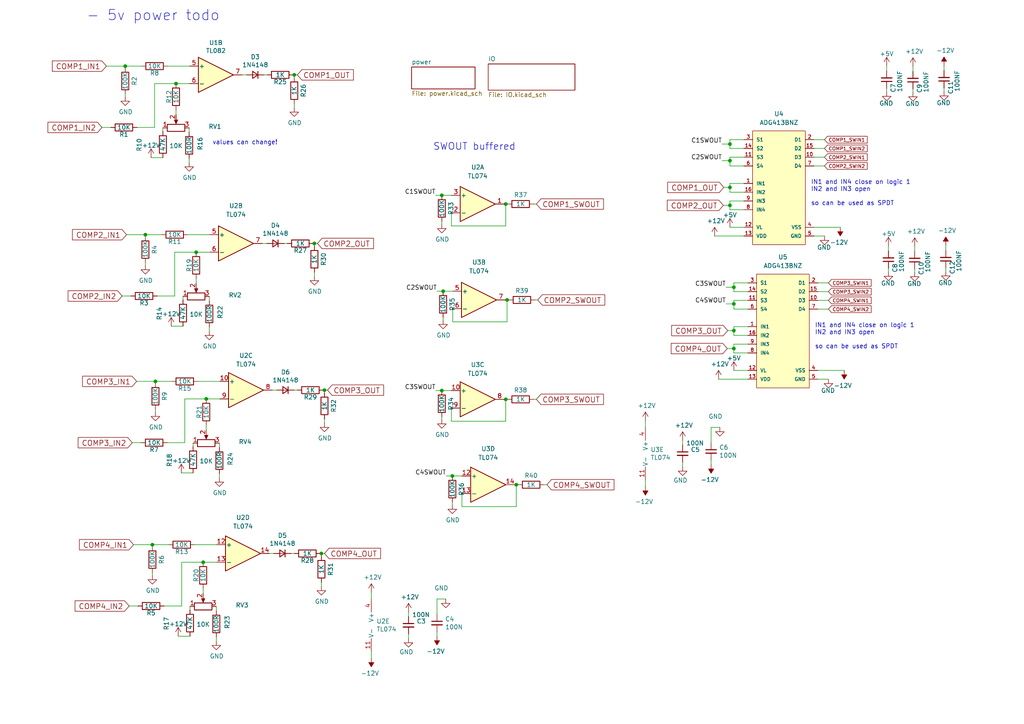
<source format=kicad_sch>
(kicad_sch (version 20211123) (generator eeschema)
  (paper "A4")
  (lib_symbols
    (symbol "Amplifier_Operational:TL074" (pin_names (offset 0.127))
      (property "Reference" "U" (at 0 5.08 0))
      (property "Value" "TL074" (at 0 -5.08 0))
      (symbol "TL074_1_1"
        (polyline (pts (xy -5.08 5.08) (xy 5.08 0) (xy -5.08 -5.08) (xy -5.08 5.08)) (stroke (width 0.254)) (fill (type background)))
        (pin output line (at 7.62 0 180) (length 2.54) (name "~") (number "1"))
        (pin input line (at -7.62 -2.54 0) (length 2.54) (name "-") (number "2"))
        (pin input line (at -7.62 2.54 0) (length 2.54) (name "+") (number "3"))
      )
      (symbol "TL074_2_1"
        (polyline (pts (xy -5.08 5.08) (xy 5.08 0) (xy -5.08 -5.08) (xy -5.08 5.08)) (stroke (width 0.254)) (fill (type background)))
        (pin input line (at -7.62 2.54 0) (length 2.54) (name "+") (number "5"))
        (pin input line (at -7.62 -2.54 0) (length 2.54) (name "-") (number "6"))
        (pin output line (at 7.62 0 180) (length 2.54) (name "~") (number "7"))
      )
      (symbol "TL074_3_1"
        (polyline (pts (xy -5.08 5.08) (xy 5.08 0) (xy -5.08 -5.08) (xy -5.08 5.08)) (stroke (width 0.254)) (fill (type background)))
        (pin input line (at -7.62 2.54 0) (length 2.54) (name "+") (number "10"))
        (pin output line (at 7.62 0 180) (length 2.54) (name "~") (number "8"))
        (pin input line (at -7.62 -2.54 0) (length 2.54) (name "-") (number "9"))
      )
      (symbol "TL074_4_1"
        (polyline (pts (xy -5.08 5.08) (xy 5.08 0) (xy -5.08 -5.08) (xy -5.08 5.08)) (stroke (width 0.254)) (fill (type background)))
        (pin input line (at -7.62 2.54 0) (length 2.54) (name "+") (number "12"))
        (pin input line (at -7.62 -2.54 0) (length 2.54) (name "-") (number "13"))
        (pin output line (at 7.62 0 180) (length 2.54) (name "~") (number "14"))
      )
      (symbol "TL074_5_1"
        (pin power_in line (at -2.54 -7.62 90) (length 3.81) (name "V-") (number "11"))
        (pin power_in line (at -2.54 7.62 270) (length 3.81) (name "V+") (number "4"))
      )
    )
    (symbol "Amplifier_Operational:TL082" (pin_names (offset 0.127))
      (property "Reference" "U" (at 0 5.08 0))
      (property "Value" "TL082" (at 0 -5.08 0))
      (symbol "TL082_1_1"
        (polyline (pts (xy -5.08 5.08) (xy 5.08 0) (xy -5.08 -5.08) (xy -5.08 5.08)) (stroke (width 0.254)) (fill (type background)))
        (pin output line (at 7.62 0 180) (length 2.54) (name "~") (number "1"))
        (pin input line (at -7.62 -2.54 0) (length 2.54) (name "-") (number "2"))
        (pin input line (at -7.62 2.54 0) (length 2.54) (name "+") (number "3"))
      )
      (symbol "TL082_2_1"
        (polyline (pts (xy -5.08 5.08) (xy 5.08 0) (xy -5.08 -5.08) (xy -5.08 5.08)) (stroke (width 0.254)) (fill (type background)))
        (pin input line (at -7.62 2.54 0) (length 2.54) (name "+") (number "5"))
        (pin input line (at -7.62 -2.54 0) (length 2.54) (name "-") (number "6"))
        (pin output line (at 7.62 0 180) (length 2.54) (name "~") (number "7"))
      )
      (symbol "TL082_3_1"
        (pin power_in line (at -2.54 -7.62 90) (length 3.81) (name "V-") (number "4"))
        (pin power_in line (at -2.54 7.62 270) (length 3.81) (name "V+") (number "8"))
      )
    )
    (symbol "Device:C_Small" (pin_numbers hide) (pin_names (offset 0.254) hide)
      (property "Reference" "C" (at 0.254 1.778 0))
      (property "Value" "C_Small" (at 0.254 -2.032 0))
      (symbol "C_Small_0_1"
        (polyline (pts (xy -1.524 -0.508) (xy 1.524 -0.508)) (stroke (width 0.3302)))
        (polyline (pts (xy -1.524 0.508) (xy 1.524 0.508)) (stroke (width 0.3048)))
      )
      (symbol "C_Small_1_1"
        (pin passive line (at 0 2.54 270) (length 2.032) (name "~") (number "1"))
        (pin passive line (at 0 -2.54 90) (length 2.032) (name "~") (number "2"))
      )
    )
    (symbol "Device:D_Small" (pin_numbers hide) (pin_names (offset 0.254) hide)
      (property "Reference" "D" (at -1.27 2.032 0))
      (property "Value" "D_Small" (at -3.81 -2.032 0))
      (symbol "D_Small_0_1"
        (polyline (pts (xy -0.762 -1.016) (xy -0.762 1.016)) (stroke (width 0.254)))
        (polyline (pts (xy -0.762 0) (xy 0.762 0)))
        (polyline (pts (xy 0.762 -1.016) (xy -0.762 0) (xy 0.762 1.016) (xy 0.762 -1.016)) (stroke (width 0.254)))
      )
      (symbol "D_Small_1_1"
        (pin passive line (at -2.54 0 0) (length 1.778) (name "K") (number "1"))
        (pin passive line (at 2.54 0 180) (length 1.778) (name "A") (number "2"))
      )
    )
    (symbol "Device:R" (pin_numbers hide) (pin_names (offset 0))
      (property "Reference" "R" (at 2.032 0 90))
      (property "Value" "R" (at 0 0 90))
      (symbol "R_0_1"
        (rectangle (start -1.016 -2.54) (end 1.016 2.54) (stroke (width 0.254)))
      )
      (symbol "R_1_1"
        (pin passive line (at 0 3.81 270) (length 1.27) (name "~") (number "1"))
        (pin passive line (at 0 -3.81 90) (length 1.27) (name "~") (number "2"))
      )
    )
    (symbol "Device:R_Potentiometer" (pin_names (offset 1.016) hide)
      (property "Reference" "RV" (at -4.445 0 90))
      (property "Value" "R_Potentiometer" (at -2.54 0 90))
      (symbol "R_Potentiometer_0_1"
        (polyline (pts (xy 2.54 0) (xy 1.524 0)))
        (polyline (pts (xy 1.143 0) (xy 2.286 0.508) (xy 2.286 -0.508) (xy 1.143 0)) (fill (type outline)))
        (rectangle (start 1.016 2.54) (end -1.016 -2.54) (stroke (width 0.254)))
      )
      (symbol "R_Potentiometer_1_1"
        (pin passive line (at 0 3.81 270) (length 1.27) (name "1") (number "1"))
        (pin passive line (at 3.81 0 180) (length 1.27) (name "2") (number "2"))
        (pin passive line (at 0 -3.81 90) (length 1.27) (name "3") (number "3"))
      )
    )
    (symbol "eec:ADG412BNZ" (pin_names (offset 1.016))
      (property "Reference" "U" (at 0 5.08 0))
      (property "Value" "ADG412BNZ" (at 0 7.62 0))
      (symbol "ADG412BNZ_1_1"
        (rectangle (start 5.08 2.54) (end 20.32 -30.48) (fill (type background)))
        (pin input line (at 2.54 -12.7 0) (length 2.54) (name "IN1") (number "1"))
        (pin passive line (at 22.86 -5.08 180) (length 2.54) (name "D3") (number "10"))
        (pin passive line (at 2.54 -5.08 0) (length 2.54) (name "S3") (number "11"))
        (pin power_in line (at 2.54 -25.4 0) (length 2.54) (name "VL") (number "12"))
        (pin power_in line (at 2.54 -27.94 0) (length 2.54) (name "VDD") (number "13"))
        (pin passive line (at 2.54 -2.54 0) (length 2.54) (name "S2") (number "14"))
        (pin passive line (at 22.86 -2.54 180) (length 2.54) (name "D2") (number "15"))
        (pin input line (at 2.54 -15.24 0) (length 2.54) (name "IN2") (number "16"))
        (pin passive line (at 22.86 0 180) (length 2.54) (name "D1") (number "2"))
        (pin passive line (at 2.54 0 0) (length 2.54) (name "S1") (number "3"))
        (pin power_in line (at 22.86 -25.4 180) (length 2.54) (name "VSS") (number "4"))
        (pin power_in line (at 22.86 -27.94 180) (length 2.54) (name "GND") (number "5"))
        (pin passive line (at 2.54 -7.62 0) (length 2.54) (name "S4") (number "6"))
        (pin passive line (at 22.86 -7.62 180) (length 2.54) (name "D4") (number "7"))
        (pin input line (at 2.54 -20.32 0) (length 2.54) (name "IN4") (number "8"))
        (pin input line (at 2.54 -17.78 0) (length 2.54) (name "IN3") (number "9"))
      )
    )
    (symbol "power:+12V" (power) (pin_names (offset 0))
      (property "Value" "+12V" (at 0 3.556 0))
      (symbol "+12V_0_1"
        (polyline (pts (xy -0.762 1.27) (xy 0 2.54)))
        (polyline (pts (xy 0 0) (xy 0 2.54)))
        (polyline (pts (xy 0 2.54) (xy 0.762 1.27)))
      )
      (symbol "+12V_1_1"
        (pin power_in line (at 0 0 90) (length 0) hide (name "+12V") (number "1"))
      )
    )
    (symbol "power:+5V" (power) (pin_names (offset 0))
      (property "Value" "+5V" (at 0 3.556 0))
      (symbol "+5V_0_1"
        (polyline (pts (xy -0.762 1.27) (xy 0 2.54)))
        (polyline (pts (xy 0 0) (xy 0 2.54)))
        (polyline (pts (xy 0 2.54) (xy 0.762 1.27)))
      )
      (symbol "+5V_1_1"
        (pin power_in line (at 0 0 90) (length 0) hide (name "+5V") (number "1"))
      )
    )
    (symbol "power:-12V" (power) (pin_names (offset 0))
      (property "Value" "-12V" (at 0 3.81 0))
      (symbol "-12V_0_0"
        (pin power_in line (at 0 0 90) (length 0) hide (name "-12V") (number "1"))
      )
      (symbol "-12V_0_1"
        (polyline (pts (xy 0 0) (xy 0 1.27) (xy 0.762 1.27) (xy 0 2.54) (xy -0.762 1.27) (xy 0 1.27)) (fill (type outline)))
      )
    )
    (symbol "power:GND" (power) (pin_names (offset 0))
      (property "Value" "GND" (at 0 -3.81 0))
      (symbol "GND_0_1"
        (polyline (pts (xy 0 0) (xy 0 -1.27) (xy 1.27 -1.27) (xy 0 -2.54) (xy -1.27 -1.27) (xy 0 -1.27)))
      )
      (symbol "GND_1_1"
        (pin power_in line (at 0 0 270) (length 0) hide (name "GND") (number "1"))
      )
    )
  )
  (junction (at 211.709 46.609))
  (junction (at 94.107 113.157))
  (junction (at 91.186 70.612))
  (junction (at 211.709 41.783))
  (junction (at 51.054 24.257))
  (junction (at 36.322 19.177))
  (junction (at 56.896 73.152))
  (junction (at 212.852 88.138))
  (junction (at 212.852 101.092))
  (junction (at 128.143 56.642))
  (junction (at 85.344 21.717))
  (junction (at 149.733 140.589))
  (junction (at 211.709 54.356))
  (junction (at 59.817 115.697))
  (junction (at 146.685 59.182))
  (junction (at 212.852 83.312))
  (junction (at 44.196 157.988))
  (junction (at 128.143 113.284))
  (junction (at 146.685 115.824))
  (junction (at 128.524 84.455))
  (junction (at 131.191 138.049))
  (junction (at 42.164 68.072))
  (junction (at 93.218 160.528))
  (junction (at 147.066 86.995))
  (junction (at 211.709 59.563))
  (junction (at 212.852 95.885))
  (junction (at 58.928 163.068))
  (junction (at 45.085 110.617))
  (wire (pts (xy 36.703 68.072) (xy 42.164 68.072)))
  (wire (pts (xy 187.198 139.192) (xy 187.198 141.097)))
  (wire (pts (xy 42.164 76.2) (xy 42.164 76.962)))
  (wire (pts (xy 52.705 175.768) (xy 52.705 163.068)))
  (wire (pts (xy 237.236 109.982) (xy 240.284 109.982)))
  (wire (pts (xy 126.365 113.284) (xy 128.143 113.284)))
  (wire (pts (xy 36.322 19.177) (xy 41.021 19.177)))
  (wire (pts (xy 211.709 45.593) (xy 215.773 45.593)))
  (wire (pts (xy 118.491 177.546) (xy 118.491 178.816)))
  (wire (pts (xy 212.852 89.662) (xy 216.916 89.662)))
  (wire (pts (xy 84.455 160.528) (xy 85.344 160.528)))
  (wire (pts (xy 93.218 168.91) (xy 93.218 170.053)))
  (wire (pts (xy 118.491 183.896) (xy 118.491 185.166)))
  (wire (pts (xy 149.225 140.589) (xy 149.733 140.589)))
  (wire (pts (xy 44.196 166.116) (xy 44.196 166.878)))
  (wire (pts (xy 264.795 25.781) (xy 264.795 26.797)))
  (wire (pts (xy 146.177 115.824) (xy 146.685 115.824)))
  (wire (pts (xy 209.423 46.609) (xy 211.709 46.609)))
  (wire (pts (xy 211.709 40.513) (xy 215.773 40.513)))
  (wire (pts (xy 206.248 128.397) (xy 206.248 123.952)))
  (wire (pts (xy 78.994 113.157) (xy 80.264 113.157)))
  (wire (pts (xy 208.407 109.982) (xy 216.916 109.982)))
  (wire (pts (xy 207.264 68.453) (xy 215.773 68.453)))
  (wire (pts (xy 85.344 22.479) (xy 85.344 21.717)))
  (wire (pts (xy 146.558 86.995) (xy 147.066 86.995)))
  (wire (pts (xy 58.928 163.068) (xy 62.865 163.068)))
  (wire (pts (xy 146.685 59.182) (xy 147.193 59.182)))
  (wire (pts (xy 130.937 61.722) (xy 130.937 65.532)))
  (wire (pts (xy 211.709 40.513) (xy 211.709 41.783)))
  (wire (pts (xy 209.931 54.356) (xy 211.709 54.356)))
  (wire (pts (xy 130.937 65.532) (xy 146.685 65.532)))
  (wire (pts (xy 211.709 55.753) (xy 215.773 55.753)))
  (wire (pts (xy 212.852 107.442) (xy 216.916 107.442)))
  (wire (pts (xy 211.709 53.213) (xy 215.773 53.213)))
  (wire (pts (xy 128.524 92.075) (xy 128.524 92.837)))
  (wire (pts (xy 128.143 64.262) (xy 128.143 65.024)))
  (wire (pts (xy 51.054 24.257) (xy 54.991 24.257)))
  (wire (pts (xy 45.085 110.617) (xy 45.085 111.125)))
  (wire (pts (xy 237.236 82.042) (xy 240.284 82.042)))
  (wire (pts (xy 131.318 89.535) (xy 131.318 93.345)))
  (wire (pts (xy 38.354 128.397) (xy 40.894 128.397)))
  (wire (pts (xy 212.852 88.138) (xy 212.852 89.662)))
  (wire (pts (xy 59.817 115.697) (xy 63.754 115.697)))
  (wire (pts (xy 39.751 36.957) (xy 44.831 36.957)))
  (wire (pts (xy 212.852 102.362) (xy 216.916 102.362)))
  (wire (pts (xy 59.817 123.317) (xy 59.817 124.714)))
  (wire (pts (xy 44.196 157.988) (xy 48.895 157.988)))
  (wire (pts (xy 236.093 68.453) (xy 239.141 68.453)))
  (wire (pts (xy 147.066 86.995) (xy 147.574 86.995)))
  (wire (pts (xy 237.236 87.122) (xy 240.284 87.122)))
  (wire (pts (xy 128.143 120.904) (xy 128.143 121.666)))
  (wire (pts (xy 50.673 85.852) (xy 50.673 73.152)))
  (wire (pts (xy 54.483 68.072) (xy 60.833 68.072)))
  (wire (pts (xy 212.852 82.042) (xy 212.852 83.312)))
  (wire (pts (xy 107.696 171.831) (xy 107.696 173.736)))
  (wire (pts (xy 47.625 175.768) (xy 52.705 175.768)))
  (wire (pts (xy 131.191 145.669) (xy 131.191 146.431)))
  (wire (pts (xy 211.709 43.053) (xy 215.773 43.053)))
  (wire (pts (xy 211.709 46.609) (xy 211.709 48.133)))
  (wire (pts (xy 29.591 36.957) (xy 32.131 36.957)))
  (wire (pts (xy 146.685 122.174) (xy 146.685 115.824)))
  (wire (pts (xy 78.105 160.528) (xy 79.375 160.528)))
  (wire (pts (xy 211.709 65.913) (xy 215.773 65.913)))
  (wire (pts (xy 126.746 178.181) (xy 126.746 173.736)))
  (wire (pts (xy 57.404 110.617) (xy 63.754 110.617)))
  (wire (pts (xy 257.683 77.851) (xy 257.683 78.867)))
  (wire (pts (xy 45.085 118.745) (xy 45.085 119.507)))
  (wire (pts (xy 155.194 86.995) (xy 155.956 86.995)))
  (wire (pts (xy 126.746 84.455) (xy 128.524 84.455)))
  (wire (pts (xy 273.812 19.05) (xy 273.812 20.447)))
  (wire (pts (xy 42.164 68.072) (xy 46.863 68.072)))
  (wire (pts (xy 212.852 95.885) (xy 212.852 97.282)))
  (wire (pts (xy 212.852 87.122) (xy 212.852 88.138)))
  (wire (pts (xy 52.578 137.16) (xy 56.007 137.16)))
  (wire (pts (xy 237.236 84.582) (xy 240.284 84.582)))
  (wire (pts (xy 212.852 82.042) (xy 216.916 82.042)))
  (wire (pts (xy 126.746 173.736) (xy 129.286 173.736)))
  (wire (pts (xy 211.709 54.356) (xy 211.709 55.753)))
  (wire (pts (xy 38.735 157.988) (xy 44.196 157.988)))
  (wire (pts (xy 212.852 84.582) (xy 216.916 84.582)))
  (wire (pts (xy 236.093 40.513) (xy 239.141 40.513)))
  (wire (pts (xy 212.852 94.742) (xy 216.916 94.742)))
  (wire (pts (xy 236.093 65.913) (xy 243.713 65.913)))
  (wire (pts (xy 211.709 41.783) (xy 211.709 43.053)))
  (wire (pts (xy 157.861 140.589) (xy 158.623 140.589)))
  (wire (pts (xy 85.344 30.099) (xy 85.344 31.242)))
  (wire (pts (xy 128.143 113.284) (xy 130.937 113.284)))
  (wire (pts (xy 49.657 94.615) (xy 53.086 94.615)))
  (wire (pts (xy 56.896 80.772) (xy 56.896 82.169)))
  (wire (pts (xy 58.928 170.688) (xy 58.928 172.085)))
  (wire (pts (xy 56.007 128.524) (xy 56.007 129.54)))
  (wire (pts (xy 265.303 71.501) (xy 265.303 72.898)))
  (wire (pts (xy 187.198 122.047) (xy 187.198 123.952)))
  (wire (pts (xy 60.706 94.869) (xy 60.706 96.012)))
  (wire (pts (xy 211.709 45.593) (xy 211.709 46.609)))
  (wire (pts (xy 37.465 175.768) (xy 40.005 175.768)))
  (wire (pts (xy 53.594 115.697) (xy 59.817 115.697)))
  (wire (pts (xy 70.231 21.717) (xy 71.501 21.717)))
  (wire (pts (xy 82.423 70.612) (xy 83.312 70.612)))
  (wire (pts (xy 91.186 70.612) (xy 92.075 70.612)))
  (wire (pts (xy 76.073 70.612) (xy 77.343 70.612)))
  (wire (pts (xy 56.896 73.152) (xy 60.833 73.152)))
  (wire (pts (xy 85.09 21.717) (xy 85.344 21.717)))
  (wire (pts (xy 63.627 137.414) (xy 63.627 138.557)))
  (wire (pts (xy 197.993 134.112) (xy 197.993 135.382)))
  (wire (pts (xy 93.218 161.29) (xy 93.218 160.528)))
  (wire (pts (xy 147.066 93.345) (xy 147.066 86.995)))
  (wire (pts (xy 52.705 163.068) (xy 58.928 163.068)))
  (wire (pts (xy 94.107 121.539) (xy 94.107 122.682)))
  (wire (pts (xy 133.985 146.939) (xy 149.733 146.939)))
  (wire (pts (xy 210.566 83.312) (xy 212.852 83.312)))
  (wire (pts (xy 45.593 85.852) (xy 50.673 85.852)))
  (wire (pts (xy 39.624 110.617) (xy 45.085 110.617)))
  (wire (pts (xy 131.318 93.345) (xy 147.066 93.345)))
  (wire (pts (xy 45.085 110.617) (xy 49.784 110.617)))
  (wire (pts (xy 44.831 24.257) (xy 51.054 24.257)))
  (wire (pts (xy 48.641 19.177) (xy 54.991 19.177)))
  (wire (pts (xy 211.709 58.293) (xy 211.709 59.563)))
  (wire (pts (xy 273.812 25.527) (xy 273.812 26.543)))
  (wire (pts (xy 236.093 48.133) (xy 239.141 48.133)))
  (wire (pts (xy 42.164 68.072) (xy 42.164 68.58)))
  (wire (pts (xy 126.365 56.642) (xy 128.143 56.642)))
  (wire (pts (xy 146.685 65.532) (xy 146.685 59.182)))
  (wire (pts (xy 257.175 19.177) (xy 257.175 20.574)))
  (wire (pts (xy 209.804 59.563) (xy 211.709 59.563)))
  (wire (pts (xy 107.696 188.976) (xy 107.696 190.881)))
  (wire (pts (xy 149.733 146.939) (xy 149.733 140.589)))
  (wire (pts (xy 53.086 85.979) (xy 53.086 86.995)))
  (wire (pts (xy 48.514 128.397) (xy 53.594 128.397)))
  (wire (pts (xy 93.218 160.528) (xy 94.107 160.528)))
  (wire (pts (xy 257.683 71.374) (xy 257.683 72.771)))
  (wire (pts (xy 62.738 184.785) (xy 62.738 185.928)))
  (wire (pts (xy 146.685 115.824) (xy 147.193 115.824)))
  (wire (pts (xy 211.709 58.293) (xy 215.773 58.293)))
  (wire (pts (xy 209.423 41.783) (xy 211.709 41.783)))
  (wire (pts (xy 212.852 83.312) (xy 212.852 84.582)))
  (wire (pts (xy 85.344 21.717) (xy 86.233 21.717)))
  (wire (pts (xy 211.709 59.563) (xy 211.709 60.833)))
  (wire (pts (xy 131.191 138.049) (xy 133.985 138.049)))
  (wire (pts (xy 94.107 113.919) (xy 94.107 113.157)))
  (wire (pts (xy 146.177 59.182) (xy 146.685 59.182)))
  (wire (pts (xy 76.581 21.717) (xy 77.47 21.717)))
  (wire (pts (xy 129.413 138.049) (xy 131.191 138.049)))
  (wire (pts (xy 63.627 128.524) (xy 63.627 129.794)))
  (wire (pts (xy 60.706 85.979) (xy 60.706 87.249)))
  (wire (pts (xy 149.733 140.589) (xy 150.241 140.589)))
  (wire (pts (xy 265.303 77.978) (xy 265.303 78.994)))
  (wire (pts (xy 274.32 71.247) (xy 274.32 72.644)))
  (wire (pts (xy 206.248 133.477) (xy 206.248 134.747)))
  (wire (pts (xy 210.566 88.138) (xy 212.852 88.138)))
  (wire (pts (xy 211.709 48.133) (xy 215.773 48.133)))
  (wire (pts (xy 206.248 123.952) (xy 208.788 123.952)))
  (wire (pts (xy 210.947 101.092) (xy 212.852 101.092)))
  (wire (pts (xy 55.118 175.895) (xy 55.118 176.911)))
  (wire (pts (xy 133.985 143.129) (xy 133.985 146.939)))
  (wire (pts (xy 237.236 107.442) (xy 244.856 107.442)))
  (wire (pts (xy 54.864 45.974) (xy 54.864 47.117)))
  (wire (pts (xy 54.864 37.084) (xy 54.864 38.354)))
  (wire (pts (xy 44.196 157.988) (xy 44.196 158.496)))
  (wire (pts (xy 47.244 37.084) (xy 47.244 38.1)))
  (wire (pts (xy 236.093 43.053) (xy 239.141 43.053)))
  (wire (pts (xy 211.709 53.213) (xy 211.709 54.356)))
  (wire (pts (xy 53.594 128.397) (xy 53.594 115.697)))
  (wire (pts (xy 212.852 94.742) (xy 212.852 95.885)))
  (wire (pts (xy 51.054 31.877) (xy 51.054 33.274)))
  (wire (pts (xy 212.852 101.092) (xy 212.852 102.362)))
  (wire (pts (xy 237.236 89.662) (xy 240.284 89.662)))
  (wire (pts (xy 93.853 113.157) (xy 94.107 113.157)))
  (wire (pts (xy 51.689 184.531) (xy 55.118 184.531)))
  (wire (pts (xy 257.175 25.654) (xy 257.175 26.67)))
  (wire (pts (xy 212.852 87.122) (xy 216.916 87.122)))
  (wire (pts (xy 130.937 118.364) (xy 130.937 122.174)))
  (wire (pts (xy 154.813 115.824) (xy 155.575 115.824)))
  (wire (pts (xy 212.852 97.282) (xy 216.916 97.282)))
  (wire (pts (xy 90.932 70.612) (xy 91.186 70.612)))
  (wire (pts (xy 212.852 99.822) (xy 216.916 99.822)))
  (wire (pts (xy 128.524 84.455) (xy 131.318 84.455)))
  (wire (pts (xy 35.433 85.852) (xy 37.973 85.852)))
  (wire (pts (xy 91.186 71.374) (xy 91.186 70.612)))
  (wire (pts (xy 126.746 183.261) (xy 126.746 184.531)))
  (wire (pts (xy 36.322 27.305) (xy 36.322 28.067)))
  (wire (pts (xy 85.344 113.157) (xy 86.233 113.157)))
  (wire (pts (xy 36.322 19.177) (xy 36.322 19.685)))
  (wire (pts (xy 274.32 77.724) (xy 274.32 78.74)))
  (wire (pts (xy 128.143 56.642) (xy 130.937 56.642)))
  (wire (pts (xy 94.107 113.157) (xy 94.996 113.157)))
  (wire (pts (xy 211.709 60.833) (xy 215.773 60.833)))
  (wire (pts (xy 30.861 19.177) (xy 36.322 19.177)))
  (wire (pts (xy 264.795 19.304) (xy 264.795 20.701)))
  (wire (pts (xy 62.738 175.895) (xy 62.738 177.165)))
  (wire (pts (xy 50.673 73.152) (xy 56.896 73.152)))
  (wire (pts (xy 92.964 160.528) (xy 93.218 160.528)))
  (wire (pts (xy 56.515 157.988) (xy 62.865 157.988)))
  (wire (pts (xy 130.937 122.174) (xy 146.685 122.174)))
  (wire (pts (xy 154.813 59.182) (xy 155.575 59.182)))
  (wire (pts (xy 212.852 99.822) (xy 212.852 101.092)))
  (wire (pts (xy 91.186 78.994) (xy 91.186 80.137)))
  (wire (pts (xy 236.093 45.593) (xy 239.141 45.593)))
  (wire (pts (xy 43.815 45.72) (xy 47.244 45.72)))
  (wire (pts (xy 197.993 127.762) (xy 197.993 129.032)))
  (wire (pts (xy 44.831 36.957) (xy 44.831 24.257)))
  (wire (pts (xy 211.074 95.885) (xy 212.852 95.885)))
  (text "IN1 and IN4 close on logic 1\nIN2 and IN3 open \n\nso can be used as SPDT" (at 235.204 59.817 0) (effects (font (size 1.27 1.27)) (justify left bottom)))
  (text "values can change!" (at 61.595 42.164 0) (effects (font (size 1.27 1.27)) (justify left bottom)))
  (text "4x comparator and switch module:\n\n- 5v power todo" (at 25.019 6.35 0) (effects (font (size 3 3)) (justify left bottom)))
  (text "IN1 and IN4 close on logic 1\nIN2 and IN3 open \n\nso can be used as SPDT" (at 236.347 101.346 0) (effects (font (size 1.27 1.27)) (justify left bottom)))
  (text "SWOUT buffered" (at 125.603 43.815 0) (effects (font (size 2 2)) (justify left bottom)))
  (label "C1SWOUT" (at 209.423 41.783 180))
  (label "C3SWOUT" (at 210.566 83.312 180))
  (label "C2SWOUT" (at 126.746 84.455 180))
  (label "C1SWOUT" (at 126.365 56.642 180))
  (label "C4SWOUT" (at 129.413 138.049 180))
  (label "C3SWOUT" (at 126.365 113.284 180))
  (label "C4SWOUT" (at 210.566 88.138 180))
  (label "C2SWOUT" (at 209.423 46.609 180))
  (global_label "COMP1_IN2" (shape input) (at 29.591 36.957 180) (effects (font (size 1.524 1.524))) (property "Intersheet References" "${INTERSHEET_REFS}" (effects hide)))
  (global_label "COMP1_IN1" (shape input) (at 30.861 19.177 180) (effects (font (size 1.524 1.524))) (property "Intersheet References" "${INTERSHEET_REFS}" (effects hide)))
  (global_label "COMP2_IN1" (shape input) (at 36.703 68.072 180) (effects (font (size 1.524 1.524))) (property "Intersheet References" "${INTERSHEET_REFS}" (effects hide)))
  (global_label "COMP1_OUT" (shape input) (at 209.931 54.356 180) (effects (font (size 1.524 1.524))) (property "Intersheet References" "${INTERSHEET_REFS}" (effects hide)))
  (global_label "COMP4_OUT" (shape input) (at 94.107 160.528 0) (effects (font (size 1.524 1.524))) (property "Intersheet References" "${INTERSHEET_REFS}" (effects hide)))
  (global_label "COMP3_SWIN2" (shape input) (at 240.284 84.582 0) (effects (font (size 1 1))) (property "Intersheet References" "${INTERSHEET_REFS}" (effects hide)))
  (global_label "COMP4_IN1" (shape input) (at 38.735 157.988 180) (effects (font (size 1.524 1.524))) (property "Intersheet References" "${INTERSHEET_REFS}" (effects hide)))
  (global_label "COMP3_IN2" (shape input) (at 38.354 128.397 180) (effects (font (size 1.524 1.524))) (property "Intersheet References" "${INTERSHEET_REFS}" (effects hide)))
  (global_label "COMP4_IN2" (shape input) (at 37.465 175.768 180) (effects (font (size 1.524 1.524))) (property "Intersheet References" "${INTERSHEET_REFS}" (effects hide)))
  (global_label "COMP1_OUT" (shape input) (at 86.233 21.717 0) (effects (font (size 1.524 1.524))) (property "Intersheet References" "${INTERSHEET_REFS}" (effects hide)))
  (global_label "COMP3_IN1" (shape input) (at 39.624 110.617 180) (effects (font (size 1.524 1.524))) (property "Intersheet References" "${INTERSHEET_REFS}" (effects hide)))
  (global_label "COMP2_OUT" (shape input) (at 92.075 70.612 0) (effects (font (size 1.524 1.524))) (property "Intersheet References" "${INTERSHEET_REFS}" (effects hide)))
  (global_label "COMP3_OUT" (shape input) (at 211.074 95.885 180) (effects (font (size 1.524 1.524))) (property "Intersheet References" "${INTERSHEET_REFS}" (effects hide)))
  (global_label "COMP2_SWIN2" (shape input) (at 239.141 48.133 0) (effects (font (size 1 1))) (property "Intersheet References" "${INTERSHEET_REFS}" (effects hide)))
  (global_label "COMP4_SWOUT" (shape input) (at 158.623 140.589 0) (effects (font (size 1.524 1.524))) (property "Intersheet References" "${INTERSHEET_REFS}" (effects hide)))
  (global_label "COMP4_SWIN2" (shape input) (at 240.284 89.662 0) (effects (font (size 1 1))) (property "Intersheet References" "${INTERSHEET_REFS}" (effects hide)))
  (global_label "COMP3_SWIN1" (shape input) (at 240.284 82.042 0) (effects (font (size 1 1))) (property "Intersheet References" "${INTERSHEET_REFS}" (effects hide)))
  (global_label "COMP2_OUT" (shape input) (at 209.804 59.563 180) (effects (font (size 1.524 1.524))) (property "Intersheet References" "${INTERSHEET_REFS}" (effects hide)))
  (global_label "COMP3_SWOUT" (shape input) (at 155.575 115.824 0) (effects (font (size 1.524 1.524))) (property "Intersheet References" "${INTERSHEET_REFS}" (effects hide)))
  (global_label "COMP2_IN2" (shape input) (at 35.433 85.852 180) (effects (font (size 1.524 1.524))) (property "Intersheet References" "${INTERSHEET_REFS}" (effects hide)))
  (global_label "COMP3_OUT" (shape input) (at 94.996 113.157 0) (effects (font (size 1.524 1.524))) (property "Intersheet References" "${INTERSHEET_REFS}" (effects hide)))
  (global_label "COMP1_SWIN2" (shape input) (at 239.141 43.053 0) (effects (font (size 1 1))) (property "Intersheet References" "${INTERSHEET_REFS}" (effects hide)))
  (global_label "COMP1_SWIN1" (shape input) (at 239.141 40.513 0) (effects (font (size 1 1))) (property "Intersheet References" "${INTERSHEET_REFS}" (effects hide)))
  (global_label "COMP4_OUT" (shape input) (at 210.947 101.092 180) (effects (font (size 1.524 1.524))) (property "Intersheet References" "${INTERSHEET_REFS}" (effects hide)))
  (global_label "COMP2_SWIN1" (shape input) (at 239.141 45.593 0) (effects (font (size 1 1))) (property "Intersheet References" "${INTERSHEET_REFS}" (effects hide)))
  (global_label "COMP4_SWIN1" (shape input) (at 240.284 87.122 0) (effects (font (size 1 1))) (property "Intersheet References" "${INTERSHEET_REFS}" (effects hide)))
  (global_label "COMP2_SWOUT" (shape input) (at 155.956 86.995 0) (effects (font (size 1.524 1.524))) (property "Intersheet References" "${INTERSHEET_REFS}" (effects hide)))
  (global_label "COMP1_SWOUT" (shape input) (at 155.575 59.182 0) (effects (font (size 1.524 1.524))) (property "Intersheet References" "${INTERSHEET_REFS}" (effects hide)))
  (symbol (lib_id "power:+12V") (at 107.696 171.831 0) (unit 1)
    (property "Reference" "#PWR024" (effects hide))
    (property "Value" "+12V" (at 108.077 167.4368 0))
  )
  (symbol (lib_id "power:GND") (at 264.795 26.797 0) (unit 1)
    (property "Reference" "#PWR049" (effects hide))
    (property "Value" "GND" (at 264.668 30.099 0))
  )
  (symbol (lib_id "eec:ADG412BNZ") (at 213.233 40.513 0) (unit 1)
    (property "Reference" "U4" (at 225.933 33.02 0))
    (property "Value" "ADG413BNZ" (at 225.933 35.56 0))
    (property "Footprint" "Package_SO:SOIC-16_3.9x9.9mm_P1.27mm" (effects hide))
    (property "Datasheet" "http://www.analog.com/static/imported-files/data_sheets/ADG411_412_413.pdf" (effects hide))
    (property "Code  JEDEC" "MS-001" (effects hide))
    (property "Component Link 1 Description" "Manufacturer URL" (effects hide))
    (property "Component Link 1 URL" "http://www.analog.com/en/index.html" (effects hide))
    (property "Component Link 3 Description" "Package Specification" (effects hide))
    (property "Component Link 3 URL" "http://www.analog.com/static/imported-files/packages/44768431550332N_16.pdf" (effects hide))
    (property "Configuration" "SPST" (effects hide))
    (property "Datasheet Version" "Rev. D" (effects hide))
    (property "Max Neg Supply" "-16.5V" (effects hide))
    (property "Max Pos Supply" "+16.5V" (effects hide))
    (property "Mounting Technology" "Through Hole" (effects hide))
    (property "Package Description" "16-Pin Plastic Dual In-Line Package, Row spacing 7.62 mm, Pitch 2.54 mm" (effects hide))
    (property "Package Version" "070706-A, 07/2006" (effects hide))
    (property "Packing" "Tube" (effects hide))
    (property "Ron ohms" "25, 40" (effects hide))
    (property "Sw Functions" "4" (effects hide))
    (property "category" "IC" (effects hide))
    (property "ciiva ids" "981419" (effects hide))
    (property "library id" "ebc36f5b426c068f" (effects hide))
    (property "manufacturer" "Analog Devices" (effects hide))
    (property "package" "N-16" (effects hide))
    (property "release date" "1391088444" (effects hide))
    (property "vault revision" "13124825-32E4-4E40-8C2F-DCD97D360CD0" (effects hide))
    (property "imported" "yes" (effects hide))
    (property "t ON" "110ns, 175ns" (effects hide))
  )
  (symbol (lib_id "Device:R") (at 53.594 110.617 270) (unit 1)
    (property "Reference" "R15" (at 53.594 112.649 90))
    (property "Value" "10K" (at 53.594 110.617 90))
    (property "Footprint" "Resistors_SMD:R_0805" (effects hide))
  )
  (symbol (lib_id "Device:C_Small") (at 274.32 75.184 180) (unit 1)
    (property "Reference" "C12" (at 276.225 77.597 90))
    (property "Value" "100NF" (at 278.13 75.692 90))
    (property "Footprint" "Capacitor_SMD:C_0805_2012Metric" (effects hide))
  )
  (symbol (lib_id "power:GND") (at 208.788 123.952 0) (unit 1)
    (property "Reference" "#PWR037" (effects hide))
    (property "Value" "GND" (at 207.518 120.777 0))
  )
  (symbol (lib_id "power:+12V") (at 49.657 94.615 0) (unit 1)
    (property "Reference" "#PWR09" (effects hide))
    (property "Value" "+12V" (at 49.657 91.059 0))
  )
  (symbol (lib_id "Device:R") (at 151.384 86.995 270) (unit 1)
    (property "Reference" "R39" (at 151.384 84.328 90))
    (property "Value" "1K" (at 151.384 86.995 90))
    (property "Footprint" "Resistors_SMD:R_0805" (effects hide))
  )
  (symbol (lib_id "Device:R") (at 94.107 117.729 180) (unit 1)
    (property "Reference" "R32" (at 96.774 117.729 90))
    (property "Value" "1K" (at 94.107 117.729 90))
    (property "Footprint" "Resistors_SMD:R_0805" (effects hide))
  )
  (symbol (lib_id "Device:C_Small") (at 265.303 75.438 180) (unit 1)
    (property "Reference" "C10" (at 267.208 77.851 90))
    (property "Value" "100NF" (at 269.113 75.946 90))
    (property "Footprint" "Capacitor_SMD:C_0805_2012Metric" (effects hide))
  )
  (symbol (lib_id "Device:R") (at 44.831 19.177 270) (unit 1)
    (property "Reference" "R8" (at 44.831 21.209 90))
    (property "Value" "10K" (at 44.831 19.177 90))
    (property "Footprint" "Resistors_SMD:R_0805" (effects hide))
  )
  (symbol (lib_id "Device:R") (at 85.344 26.289 180) (unit 1)
    (property "Reference" "R26" (at 88.011 26.289 90))
    (property "Value" "1K" (at 85.344 26.289 90))
    (property "Footprint" "Resistors_SMD:R_0805" (effects hide))
  )
  (symbol (lib_id "Device:C_Small") (at 118.491 181.356 0) (unit 1)
    (property "Reference" "C3" (at 120.8278 180.1876 0) (effects (justify left)))
    (property "Value" "100N" (at 119.507 178.308 0) (effects (justify left)))
    (property "Footprint" "Capacitor_SMD:C_0805_2012Metric" (effects hide))
  )
  (symbol (lib_id "Device:R") (at 128.143 60.452 180) (unit 1)
    (property "Reference" "R33" (at 130.81 60.452 90))
    (property "Value" "100K" (at 128.143 60.452 90))
    (property "Footprint" "Resistors_SMD:R_0805" (effects hide))
  )
  (symbol (lib_id "Device:C_Small") (at 257.175 23.114 180) (unit 1)
    (property "Reference" "C7" (at 259.08 25.527 90))
    (property "Value" "100NF" (at 260.985 23.622 90))
    (property "Footprint" "Capacitor_SMD:C_0805_2012Metric" (effects hide))
  )
  (symbol (lib_id "power:+12V") (at 118.491 177.546 0) (unit 1)
    (property "Reference" "#PWR026" (effects hide))
    (property "Value" "+12V-power" (at 118.872 173.1518 0))
  )
  (symbol (lib_id "power:GND") (at 44.196 166.878 0) (unit 1)
    (property "Reference" "#PWR07" (effects hide))
    (property "Value" "GND" (at 44.323 171.2722 0))
  )
  (symbol (lib_id "Device:R") (at 52.705 157.988 270) (unit 1)
    (property "Reference" "R13" (at 52.705 160.02 90))
    (property "Value" "10K" (at 52.705 157.988 90))
    (property "Footprint" "Resistors_SMD:R_0805" (effects hide))
  )
  (symbol (lib_id "Device:R") (at 60.706 91.059 180) (unit 1)
    (property "Reference" "R22" (at 63.881 90.551 90))
    (property "Value" "100R" (at 60.706 91.059 90))
    (property "Footprint" "Resistors_SMD:R_0805" (effects hide))
  )
  (symbol (lib_id "power:-12V") (at 107.696 190.881 180) (unit 1)
    (property "Reference" "#PWR025" (effects hide))
    (property "Value" "-12V" (at 107.315 195.2752 0))
  )
  (symbol (lib_id "Device:R") (at 59.817 119.507 180) (unit 1)
    (property "Reference" "R21" (at 57.785 119.507 90))
    (property "Value" "10K" (at 59.817 119.507 90))
    (property "Footprint" "Resistors_SMD:R_0805" (effects hide))
  )
  (symbol (lib_id "Device:R") (at 151.003 115.824 270) (unit 1)
    (property "Reference" "R38" (at 151.003 113.157 90))
    (property "Value" "1K" (at 151.003 115.824 90))
    (property "Footprint" "Resistors_SMD:R_0805" (effects hide))
  )
  (symbol (lib_id "Amplifier_Operational:TL074") (at 189.738 131.572 0) (unit 5)
    (property "Reference" "U3" (at 188.6712 130.4036 0) (effects (justify left)))
    (property "Value" "TL074" (at 188.6712 132.715 0) (effects (justify left)))
    (property "Footprint" "Package_SO:SOIC-14_3.9x8.7mm_P1.27mm" (effects hide))
    (property "Datasheet" "http://www.ti.com/lit/ds/symlink/tl071.pdf" (effects hide))
  )
  (symbol (lib_id "Device:R") (at 41.783 85.852 270) (unit 1)
    (property "Reference" "R3" (at 41.783 87.884 90))
    (property "Value" "10K" (at 41.783 85.852 90))
    (property "Footprint" "Resistors_SMD:R_0805" (effects hide))
  )
  (symbol (lib_id "power:GND") (at 85.344 31.242 0) (unit 1)
    (property "Reference" "#PWR016" (effects hide))
    (property "Value" "GND" (at 85.471 35.6362 0))
  )
  (symbol (lib_id "power:GND") (at 42.164 76.962 0) (unit 1)
    (property "Reference" "#PWR05" (effects hide))
    (property "Value" "GND" (at 42.291 81.3562 0))
  )
  (symbol (lib_id "Amplifier_Operational:TL074") (at 110.236 181.356 0) (unit 5)
    (property "Reference" "U2" (at 109.1692 180.1876 0) (effects (justify left)))
    (property "Value" "TL074" (at 109.1692 182.499 0) (effects (justify left)))
    (property "Footprint" "Package_SO:SOIC-14_3.9x8.7mm_P1.27mm" (effects hide))
    (property "Datasheet" "http://www.ti.com/lit/ds/symlink/tl071.pdf" (effects hide))
  )
  (symbol (lib_id "power:+12V") (at 51.689 184.531 0) (unit 1)
    (property "Reference" "#PWR010" (effects hide))
    (property "Value" "+12V" (at 51.689 180.975 0))
  )
  (symbol (lib_id "Device:R_Potentiometer") (at 58.928 175.895 90) (unit 1)
    (property "Reference" "RV3" (at 70.231 175.514 90))
    (property "Value" "10K" (at 58.928 181.102 90))
    (property "Footprint" "new_kicad:Potentiometer_Alps-RK09" (effects hide))
  )
  (symbol (lib_id "power:-12V") (at 243.713 65.913 180) (unit 1)
    (property "Reference" "#PWR042" (effects hide))
    (property "Value" "-12V" (at 243.332 70.3072 0))
  )
  (symbol (lib_id "power:-12V") (at 187.198 141.097 180) (unit 1)
    (property "Reference" "#PWR031" (effects hide))
    (property "Value" "-12V" (at 186.817 145.4912 0))
  )
  (symbol (lib_id "Device:R") (at 51.054 28.067 180) (unit 1)
    (property "Reference" "R12" (at 49.022 28.067 90))
    (property "Value" "10K" (at 51.054 28.067 90))
    (property "Footprint" "Resistors_SMD:R_0805" (effects hide))
  )
  (symbol (lib_id "power:+12V") (at 208.407 109.982 0) (unit 1)
    (property "Reference" "#PWR036" (effects hide))
    (property "Value" "+12V" (at 208.788 105.5878 0))
  )
  (symbol (lib_id "power:-12V") (at 244.856 107.442 180) (unit 1)
    (property "Reference" "#PWR043" (effects hide))
    (property "Value" "-12V" (at 244.475 111.8362 0))
  )
  (symbol (lib_id "Device:R") (at 56.896 76.962 180) (unit 1)
    (property "Reference" "R19" (at 54.864 76.962 90))
    (property "Value" "10K" (at 56.896 76.962 90))
    (property "Footprint" "Resistors_SMD:R_0805" (effects hide))
  )
  (symbol (lib_id "power:GND") (at 131.191 146.431 0) (unit 1)
    (property "Reference" "#PWR023" (effects hide))
    (property "Value" "GND" (at 131.318 150.8252 0))
  )
  (symbol (lib_id "power:GND") (at 45.085 119.507 0) (unit 1)
    (property "Reference" "#PWR08" (effects hide))
    (property "Value" "GND" (at 45.212 123.9012 0))
  )
  (symbol (lib_id "Device:R") (at 35.941 36.957 270) (unit 1)
    (property "Reference" "R1" (at 35.941 38.989 90))
    (property "Value" "10K" (at 35.941 36.957 90))
    (property "Footprint" "Resistors_SMD:R_0805" (effects hide))
  )
  (symbol (lib_id "Device:R") (at 42.164 72.39 180) (unit 1)
    (property "Reference" "R4" (at 44.831 72.39 90))
    (property "Value" "100K" (at 42.164 72.263 90))
    (property "Footprint" "Resistors_SMD:R_0805" (effects hide))
  )
  (symbol (lib_id "Device:R") (at 58.928 166.878 180) (unit 1)
    (property "Reference" "R20" (at 56.896 166.878 90))
    (property "Value" "10K" (at 58.928 166.878 90))
    (property "Footprint" "Resistors_SMD:R_0805" (effects hide))
  )
  (symbol (lib_id "power:-12V") (at 274.32 71.247 0) (unit 1)
    (property "Reference" "#PWR054" (effects hide))
    (property "Value" "-12V" (at 274.701 66.8528 0))
  )
  (symbol (lib_id "Device:R_Potentiometer") (at 56.896 85.979 90) (unit 1)
    (property "Reference" "RV2" (at 68.199 85.598 90))
    (property "Value" "10K" (at 56.896 91.186 90))
    (property "Footprint" "new_kicad:Potentiometer_Alps-RK09" (effects hide))
  )
  (symbol (lib_id "Device:C_Small") (at 126.746 180.721 0) (unit 1)
    (property "Reference" "C4" (at 129.0828 179.5526 0) (effects (justify left)))
    (property "Value" "100N" (at 129.0828 181.864 0) (effects (justify left)))
    (property "Footprint" "Capacitor_SMD:C_0805_2012Metric" (effects hide))
  )
  (symbol (lib_id "Device:D_Small") (at 74.041 21.717 180) (unit 1)
    (property "Reference" "D3" (at 74.041 16.51 0))
    (property "Value" "1N4148" (at 74.041 18.8214 0))
    (property "Footprint" "Diodes_SMD:D_SOD-123" (effects hide))
  )
  (symbol (lib_id "power:GND") (at 257.175 26.67 0) (unit 1)
    (property "Reference" "#PWR045" (effects hide))
    (property "Value" "GND" (at 257.048 29.972 0))
  )
  (symbol (lib_id "Device:D_Small") (at 81.915 160.528 180) (unit 1)
    (property "Reference" "D5" (at 81.915 155.321 0))
    (property "Value" "1N4148" (at 81.915 157.6324 0))
    (property "Footprint" "Diodes_SMD:D_SOD-123" (effects hide))
  )
  (symbol (lib_id "Device:R") (at 128.524 88.265 180) (unit 1)
    (property "Reference" "R35" (at 131.191 88.265 90))
    (property "Value" "100K" (at 128.524 88.265 90))
    (property "Footprint" "Resistors_SMD:R_0805" (effects hide))
  )
  (symbol (lib_id "power:+12V") (at 187.198 122.047 0) (unit 1)
    (property "Reference" "#PWR030" (effects hide))
    (property "Value" "+12V" (at 187.579 117.6528 0))
  )
  (symbol (lib_id "power:GND") (at 128.143 65.024 0) (unit 1)
    (property "Reference" "#PWR020" (effects hide))
    (property "Value" "GND" (at 128.27 69.4182 0))
  )
  (symbol (lib_id "Device:C_Small") (at 206.248 130.937 0) (unit 1)
    (property "Reference" "C6" (at 208.5848 129.7686 0) (effects (justify left)))
    (property "Value" "100N" (at 208.5848 132.08 0) (effects (justify left)))
    (property "Footprint" "Capacitor_SMD:C_0805_2012Metric" (effects hide))
  )
  (symbol (lib_id "Device:R_Potentiometer") (at 51.054 37.084 90) (unit 1)
    (property "Reference" "RV1" (at 62.357 36.703 90))
    (property "Value" "10K" (at 51.054 42.291 90))
    (property "Footprint" "new_kicad:Potentiometer_Alps-RK09" (effects hide))
  )
  (symbol (lib_id "Device:R") (at 91.186 75.184 180) (unit 1)
    (property "Reference" "R30" (at 93.853 75.184 90))
    (property "Value" "1K" (at 91.186 75.184 90))
    (property "Footprint" "Resistors_SMD:R_0805" (effects hide))
  )
  (symbol (lib_id "power:+12V") (at 43.815 45.72 0) (unit 1)
    (property "Reference" "#PWR06" (effects hide))
    (property "Value" "+12V" (at 43.815 42.164 0))
  )
  (symbol (lib_id "Device:R") (at 90.043 113.157 270) (unit 1)
    (property "Reference" "R29" (at 90.043 115.189 90))
    (property "Value" "1K" (at 90.043 113.157 90))
    (property "Footprint" "Resistors_SMD:R_0805" (effects hide))
  )
  (symbol (lib_id "power:GND") (at 197.993 135.382 0) (unit 1)
    (property "Reference" "#PWR033" (effects hide))
    (property "Value" "GND" (at 197.358 139.319 0))
  )
  (symbol (lib_id "Device:D_Small") (at 79.883 70.612 180) (unit 1)
    (property "Reference" "D4" (at 79.883 65.405 0))
    (property "Value" "1N4148" (at 79.883 67.7164 0))
    (property "Footprint" "Diodes_SMD:D_SOD-123" (effects hide))
  )
  (symbol (lib_id "power:GND") (at 63.627 138.557 0) (unit 1)
    (property "Reference" "#PWR015" (effects hide))
    (property "Value" "GND" (at 63.754 142.9512 0))
  )
  (symbol (lib_id "power:GND") (at 91.186 80.137 0) (unit 1)
    (property "Reference" "#PWR017" (effects hide))
    (property "Value" "GND" (at 91.313 84.5312 0))
  )
  (symbol (lib_id "eec:ADG412BNZ") (at 214.376 82.042 0) (unit 1)
    (property "Reference" "U5" (at 227.076 74.549 0))
    (property "Value" "ADG413BNZ" (at 227.076 77.089 0))
    (property "Footprint" "Package_SO:SOIC-16_3.9x9.9mm_P1.27mm" (effects hide))
    (property "Datasheet" "http://www.analog.com/static/imported-files/data_sheets/ADG411_412_413.pdf" (effects hide))
    (property "Code  JEDEC" "MS-001" (effects hide))
    (property "Component Link 1 Description" "Manufacturer URL" (effects hide))
    (property "Component Link 1 URL" "http://www.analog.com/en/index.html" (effects hide))
    (property "Component Link 3 Description" "Package Specification" (effects hide))
    (property "Component Link 3 URL" "http://www.analog.com/static/imported-files/packages/44768431550332N_16.pdf" (effects hide))
    (property "Configuration" "SPST" (effects hide))
    (property "Datasheet Version" "Rev. D" (effects hide))
    (property "Max Neg Supply" "-16.5V" (effects hide))
    (property "Max Pos Supply" "+16.5V" (effects hide))
    (property "Mounting Technology" "Through Hole" (effects hide))
    (property "Package Description" "16-Pin Plastic Dual In-Line Package, Row spacing 7.62 mm, Pitch 2.54 mm" (effects hide))
    (property "Package Version" "070706-A, 07/2006" (effects hide))
    (property "Packing" "Tube" (effects hide))
    (property "Ron ohms" "25, 40" (effects hide))
    (property "Sw Functions" "4" (effects hide))
    (property "category" "IC" (effects hide))
    (property "ciiva ids" "981419" (effects hide))
    (property "library id" "ebc36f5b426c068f" (effects hide))
    (property "manufacturer" "Analog Devices" (effects hide))
    (property "package" "N-16" (effects hide))
    (property "release date" "1391088444" (effects hide))
    (property "vault revision" "13124825-32E4-4E40-8C2F-DCD97D360CD0" (effects hide))
    (property "imported" "yes" (effects hide))
    (property "t ON" "110ns, 175ns" (effects hide))
  )
  (symbol (lib_id "power:GND") (at 240.284 109.982 0) (unit 1)
    (property "Reference" "#PWR041" (effects hide))
    (property "Value" "GND" (at 240.157 113.284 0))
  )
  (symbol (lib_id "power:GND") (at 273.812 26.543 0) (unit 1)
    (property "Reference" "#PWR053" (effects hide))
    (property "Value" "GND" (at 273.685 29.845 0))
  )
  (symbol (lib_id "Amplifier_Operational:TL074") (at 141.605 140.589 0) (unit 4)
    (property "Reference" "U3" (at 141.605 130.175 0))
    (property "Value" "TL074" (at 141.605 132.715 0))
    (property "Datasheet" "http://www.ti.com/lit/ds/symlink/tl071.pdf" (effects hide))
  )
  (symbol (lib_id "Device:R") (at 93.218 165.1 180) (unit 1)
    (property "Reference" "R31" (at 95.885 165.1 90))
    (property "Value" "1K" (at 93.218 165.1 90))
    (property "Footprint" "Resistors_SMD:R_0805" (effects hide))
  )
  (symbol (lib_id "Device:R") (at 87.122 70.612 270) (unit 1)
    (property "Reference" "R27" (at 87.122 72.644 90))
    (property "Value" "1K" (at 87.122 70.612 90))
    (property "Footprint" "Resistors_SMD:R_0805" (effects hide))
  )
  (symbol (lib_id "power:GND") (at 274.32 78.74 0) (unit 1)
    (property "Reference" "#PWR055" (effects hide))
    (property "Value" "GND" (at 274.193 82.042 0))
  )
  (symbol (lib_id "Amplifier_Operational:TL074") (at 68.453 70.612 0) (unit 2)
    (property "Reference" "U2" (at 68.453 59.69 0))
    (property "Value" "TL074" (at 68.453 62.23 0))
    (property "Datasheet" "http://www.ti.com/lit/ds/symlink/tl071.pdf" (effects hide))
  )
  (symbol (lib_id "power:-12V") (at 126.746 184.531 180) (unit 1)
    (property "Reference" "#PWR028" (effects hide))
    (property "Value" "-12V" (at 126.365 188.9252 0))
  )
  (symbol (lib_id "Device:R") (at 53.086 90.805 180) (unit 1)
    (property "Reference" "R14" (at 46.228 90.932 90))
    (property "Value" "47K" (at 53.086 90.805 90))
    (property "Footprint" "Resistors_SMD:R_0805" (effects hide))
  )
  (symbol (lib_id "Device:C_Small") (at 257.683 75.311 180) (unit 1)
    (property "Reference" "C8" (at 259.588 77.724 90))
    (property "Value" "100NF" (at 261.493 75.819 90))
    (property "Footprint" "Capacitor_SMD:C_0805_2012Metric" (effects hide))
  )
  (symbol (lib_id "Amplifier_Operational:TL074") (at 138.557 59.182 0) (unit 1)
    (property "Reference" "U2" (at 138.557 48.514 0))
    (property "Value" "TL074" (at 138.557 51.054 0))
    (property "Datasheet" "http://www.ti.com/lit/ds/symlink/tl071.pdf" (effects hide))
  )
  (symbol (lib_id "Device:R") (at 131.191 141.859 180) (unit 1)
    (property "Reference" "R36" (at 133.858 141.859 90))
    (property "Value" "100K" (at 131.191 141.859 90))
    (property "Footprint" "Resistors_SMD:R_0805" (effects hide))
  )
  (symbol (lib_id "Device:C_Small") (at 264.795 23.241 180) (unit 1)
    (property "Reference" "C9" (at 266.7 25.654 90))
    (property "Value" "100NF" (at 268.605 23.749 90))
    (property "Footprint" "Capacitor_SMD:C_0805_2012Metric" (effects hide))
  )
  (symbol (lib_id "Device:R") (at 56.007 133.35 180) (unit 1)
    (property "Reference" "R18" (at 49.149 133.477 90))
    (property "Value" "47K" (at 56.007 133.35 90))
    (property "Footprint" "Resistors_SMD:R_0805" (effects hide))
  )
  (symbol (lib_id "Amplifier_Operational:TL074") (at 138.938 86.995 0) (unit 2)
    (property "Reference" "U3" (at 138.938 76.073 0))
    (property "Value" "TL074" (at 138.938 78.613 0))
    (property "Datasheet" "http://www.ti.com/lit/ds/symlink/tl071.pdf" (effects hide))
  )
  (symbol (lib_id "power:+5V") (at 257.175 19.177 0) (unit 1)
    (property "Reference" "#PWR044" (effects hide))
    (property "Value" "+5V" (at 257.175 15.621 0))
  )
  (symbol (lib_id "Device:D_Small") (at 82.804 113.157 180) (unit 1)
    (property "Reference" "D6" (at 82.804 107.95 0))
    (property "Value" "1N4148" (at 82.804 110.2614 0))
    (property "Footprint" "Diodes_SMD:D_SOD-123" (effects hide))
  )
  (symbol (lib_id "Amplifier_Operational:TL074") (at 70.485 160.528 0) (unit 4)
    (property "Reference" "U2" (at 70.485 150.114 0))
    (property "Value" "TL074" (at 70.485 152.654 0))
    (property "Datasheet" "http://www.ti.com/lit/ds/symlink/tl071.pdf" (effects hide))
  )
  (symbol (lib_id "Device:C_Small") (at 197.993 131.572 0) (unit 1)
    (property "Reference" "C5" (at 200.3298 130.4036 0) (effects (justify left)))
    (property "Value" "100N" (at 199.009 128.524 0) (effects (justify left)))
    (property "Footprint" "Capacitor_SMD:C_0805_2012Metric" (effects hide))
  )
  (symbol (lib_id "Device:R") (at 50.673 68.072 270) (unit 1)
    (property "Reference" "R11" (at 50.673 70.104 90))
    (property "Value" "10K" (at 50.673 68.072 90))
    (property "Footprint" "Resistors_SMD:R_0805" (effects hide))
  )
  (symbol (lib_id "power:+5V") (at 212.852 107.442 0) (unit 1)
    (property "Reference" "#PWR039" (effects hide))
    (property "Value" "+5V" (at 212.852 103.886 0))
  )
  (symbol (lib_id "power:+12V") (at 207.264 68.453 0) (unit 1)
    (property "Reference" "#PWR035" (effects hide))
    (property "Value" "+12V" (at 207.645 64.0588 0))
  )
  (symbol (lib_id "Device:R") (at 44.704 128.397 270) (unit 1)
    (property "Reference" "R7" (at 44.704 130.429 90))
    (property "Value" "10K" (at 44.704 128.397 90))
    (property "Footprint" "Resistors_SMD:R_0805" (effects hide))
  )
  (symbol (lib_id "Device:R_Potentiometer") (at 59.817 128.524 90) (unit 1)
    (property "Reference" "RV4" (at 71.12 128.143 90))
    (property "Value" "10K" (at 59.817 133.731 90))
    (property "Footprint" "new_kicad:Potentiometer_Alps-RK09" (effects hide))
  )
  (symbol (lib_id "power:GND") (at 129.286 173.736 0) (unit 1)
    (property "Reference" "#PWR029" (effects hide))
    (property "Value" "GND" (at 128.016 170.561 0))
  )
  (symbol (lib_id "power:GND") (at 60.706 96.012 0) (unit 1)
    (property "Reference" "#PWR013" (effects hide))
    (property "Value" "GND" (at 60.833 100.4062 0))
  )
  (symbol (lib_id "Device:R") (at 128.143 117.094 180) (unit 1)
    (property "Reference" "R34" (at 130.81 117.094 90))
    (property "Value" "100K" (at 128.143 117.094 90))
    (property "Footprint" "Resistors_SMD:R_0805" (effects hide))
  )
  (symbol (lib_id "Device:R") (at 36.322 23.495 180) (unit 1)
    (property "Reference" "R2" (at 38.989 23.495 90))
    (property "Value" "100K" (at 36.322 23.495 90))
    (property "Footprint" "Resistors_SMD:R_0805" (effects hide))
  )
  (symbol (lib_id "Device:R") (at 43.815 175.768 270) (unit 1)
    (property "Reference" "R5" (at 43.815 177.8 90))
    (property "Value" "10K" (at 43.815 175.768 90))
    (property "Footprint" "Resistors_SMD:R_0805" (effects hide))
  )
  (symbol (lib_id "power:+12V") (at 197.993 127.762 0) (unit 1)
    (property "Reference" "#PWR032" (effects hide))
    (property "Value" "+12V-power" (at 198.374 123.3678 0))
  )
  (symbol (lib_id "Device:R") (at 154.051 140.589 270) (unit 1)
    (property "Reference" "R40" (at 154.051 137.922 90))
    (property "Value" "1K" (at 154.051 140.589 90))
    (property "Footprint" "Resistors_SMD:R_0805" (effects hide))
  )
  (symbol (lib_id "power:GND") (at 265.303 78.994 0) (unit 1)
    (property "Reference" "#PWR051" (effects hide))
    (property "Value" "GND" (at 265.176 82.296 0))
  )
  (symbol (lib_id "Device:R") (at 62.738 180.975 180) (unit 1)
    (property "Reference" "R23" (at 65.913 180.467 90))
    (property "Value" "100R" (at 62.738 180.975 90))
    (property "Footprint" "Resistors_SMD:R_0805" (effects hide))
  )
  (symbol (lib_id "power:GND") (at 54.864 47.117 0) (unit 1)
    (property "Reference" "#PWR012" (effects hide))
    (property "Value" "GND" (at 54.991 51.5112 0))
  )
  (symbol (lib_id "power:+12V") (at 52.578 137.16 0) (unit 1)
    (property "Reference" "#PWR011" (effects hide))
    (property "Value" "+12V" (at 52.578 133.604 0))
  )
  (symbol (lib_id "power:GND") (at 128.524 92.837 0) (unit 1)
    (property "Reference" "#PWR022" (effects hide))
    (property "Value" "GND" (at 128.651 97.2312 0))
  )
  (symbol (lib_id "Amplifier_Operational:TL074") (at 71.374 113.157 0) (unit 3)
    (property "Reference" "U2" (at 71.374 103.124 0))
    (property "Value" "TL074" (at 71.374 105.664 0))
    (property "Datasheet" "http://www.ti.com/lit/ds/symlink/tl071.pdf" (effects hide))
  )
  (symbol (lib_id "Device:R") (at 44.196 162.306 180) (unit 1)
    (property "Reference" "R6" (at 46.863 162.306 90))
    (property "Value" "100K" (at 44.196 162.306 90))
    (property "Footprint" "Resistors_SMD:R_0805" (effects hide))
  )
  (symbol (lib_id "Amplifier_Operational:TL082") (at 62.611 21.717 0) (unit 2)
    (property "Reference" "U1" (at 62.611 12.3952 0))
    (property "Value" "TL082" (at 62.611 14.7066 0))
    (property "Footprint" "SMD_Packages:SOIC-8-N" (effects hide))
    (property "Datasheet" "http://www.ti.com/lit/ds/symlink/tl081.pdf" (effects hide))
  )
  (symbol (lib_id "power:+12V") (at 265.303 71.501 0) (unit 1)
    (property "Reference" "#PWR050" (effects hide))
    (property "Value" "+12V" (at 265.684 67.1068 0))
  )
  (symbol (lib_id "power:GND") (at 62.738 185.928 0) (unit 1)
    (property "Reference" "#PWR014" (effects hide))
    (property "Value" "GND" (at 62.865 190.3222 0))
  )
  (symbol (lib_id "Device:R") (at 55.118 180.721 180) (unit 1)
    (property "Reference" "R17" (at 48.26 180.848 90))
    (property "Value" "47K" (at 55.118 180.721 90))
    (property "Footprint" "Resistors_SMD:R_0805" (effects hide))
  )
  (symbol (lib_id "Device:R") (at 89.154 160.528 270) (unit 1)
    (property "Reference" "R28" (at 89.154 162.56 90))
    (property "Value" "1K" (at 89.154 160.528 90))
    (property "Footprint" "Resistors_SMD:R_0805" (effects hide))
  )
  (symbol (lib_id "Device:R") (at 47.244 41.91 180) (unit 1)
    (property "Reference" "R10" (at 40.386 42.037 90))
    (property "Value" "47K" (at 47.244 41.91 90))
    (property "Footprint" "Resistors_SMD:R_0805" (effects hide))
  )
  (symbol (lib_id "power:+5V") (at 257.683 71.374 0) (unit 1)
    (property "Reference" "#PWR046" (effects hide))
    (property "Value" "+5V" (at 257.683 67.818 0))
  )
  (symbol (lib_id "Device:R") (at 81.28 21.717 270) (unit 1)
    (property "Reference" "R25" (at 81.28 23.749 90))
    (property "Value" "1K" (at 81.28 21.717 90))
    (property "Footprint" "Resistors_SMD:R_0805" (effects hide))
  )
  (symbol (lib_id "power:GND") (at 128.143 121.666 0) (unit 1)
    (property "Reference" "#PWR021" (effects hide))
    (property "Value" "GND" (at 128.27 126.0602 0))
  )
  (symbol (lib_id "Device:R") (at 63.627 133.604 180) (unit 1)
    (property "Reference" "R24" (at 66.802 133.096 90))
    (property "Value" "100R" (at 63.627 133.604 90))
    (property "Footprint" "Resistors_SMD:R_0805" (effects hide))
  )
  (symbol (lib_id "power:+5V") (at 211.709 65.913 0) (unit 1)
    (property "Reference" "#PWR038" (effects hide))
    (property "Value" "+5V" (at 211.709 62.357 0))
  )
  (symbol (lib_id "power:GND") (at 118.491 185.166 0) (unit 1)
    (property "Reference" "#PWR027" (effects hide))
    (property "Value" "GND" (at 117.856 189.103 0))
  )
  (symbol (lib_id "Device:R") (at 151.003 59.182 270) (unit 1)
    (property "Reference" "R37" (at 151.003 56.515 90))
    (property "Value" "1K" (at 151.003 59.182 90))
    (property "Footprint" "Resistors_SMD:R_0805" (effects hide))
  )
  (symbol (lib_id "power:GND") (at 94.107 122.682 0) (unit 1)
    (property "Reference" "#PWR019" (effects hide))
    (property "Value" "GND" (at 94.234 127.0762 0))
  )
  (symbol (lib_id "power:GND") (at 257.683 78.867 0) (unit 1)
    (property "Reference" "#PWR047" (effects hide))
    (property "Value" "GND" (at 257.556 82.169 0))
  )
  (symbol (lib_id "power:GND") (at 36.322 28.067 0) (unit 1)
    (property "Reference" "#PWR04" (effects hide))
    (property "Value" "GND" (at 36.449 32.4612 0))
  )
  (symbol (lib_id "power:-12V") (at 273.812 19.05 0) (unit 1)
    (property "Reference" "#PWR052" (effects hide))
    (property "Value" "-12V" (at 274.193 14.6558 0))
  )
  (symbol (lib_id "Device:C_Small") (at 273.812 22.987 180) (unit 1)
    (property "Reference" "C11" (at 275.717 25.4 90))
    (property "Value" "100NF" (at 277.622 23.495 90))
    (property "Footprint" "Capacitor_SMD:C_0805_2012Metric" (effects hide))
  )
  (symbol (lib_id "Device:R") (at 54.864 42.164 180) (unit 1)
    (property "Reference" "R16" (at 58.039 41.656 90))
    (property "Value" "100R" (at 54.864 42.164 90))
    (property "Footprint" "Resistors_SMD:R_0805" (effects hide))
  )
  (symbol (lib_id "power:GND") (at 239.141 68.453 0) (unit 1)
    (property "Reference" "#PWR040" (effects hide))
    (property "Value" "GND" (at 239.014 71.755 0))
  )
  (symbol (lib_id "power:+12V") (at 264.795 19.304 0) (unit 1)
    (property "Reference" "#PWR048" (effects hide))
    (property "Value" "+12V" (at 265.176 14.9098 0))
  )
  (symbol (lib_id "Device:R") (at 45.085 114.935 180) (unit 1)
    (property "Reference" "R9" (at 47.752 114.935 90))
    (property "Value" "100K" (at 45.085 114.935 90))
    (property "Footprint" "Resistors_SMD:R_0805" (effects hide))
  )
  (symbol (lib_id "power:GND") (at 93.218 170.053 0) (unit 1)
    (property "Reference" "#PWR018" (effects hide))
    (property "Value" "GND" (at 93.345 174.4472 0))
  )
  (symbol (lib_id "power:-12V") (at 206.248 134.747 180) (unit 1)
    (property "Reference" "#PWR034" (effects hide))
    (property "Value" "-12V" (at 205.867 139.1412 0))
  )
  (symbol (lib_id "Amplifier_Operational:TL074") (at 138.557 115.824 0) (unit 3)
    (property "Reference" "U3" (at 138.557 105.791 0))
    (property "Value" "TL074" (at 138.557 108.331 0))
    (property "Datasheet" "http://www.ti.com/lit/ds/symlink/tl071.pdf" (effects hide))
  )
  (sheet (at 141.605 18.542) (size 25.146 7.62) (stroke (width 0.1524))
    (property "Sheet name" "IO" (at 141.605 17.8304 0) (effects (justify left bottom)))
    (property "Sheet file" "IO.kicad_sch" (at 141.605 26.7466 0) (effects (justify left top)))
  )
  (sheet (at 119.38 19.431) (size 18.415 6.35) (stroke (width 0.1524))
    (property "Sheet name" "power" (at 119.38 18.7194 0) (effects (justify left bottom)))
    (property "Sheet file" "power.kicad_sch" (at 119.38 26.3656 0) (effects (justify left top)))
  )
)
</source>
